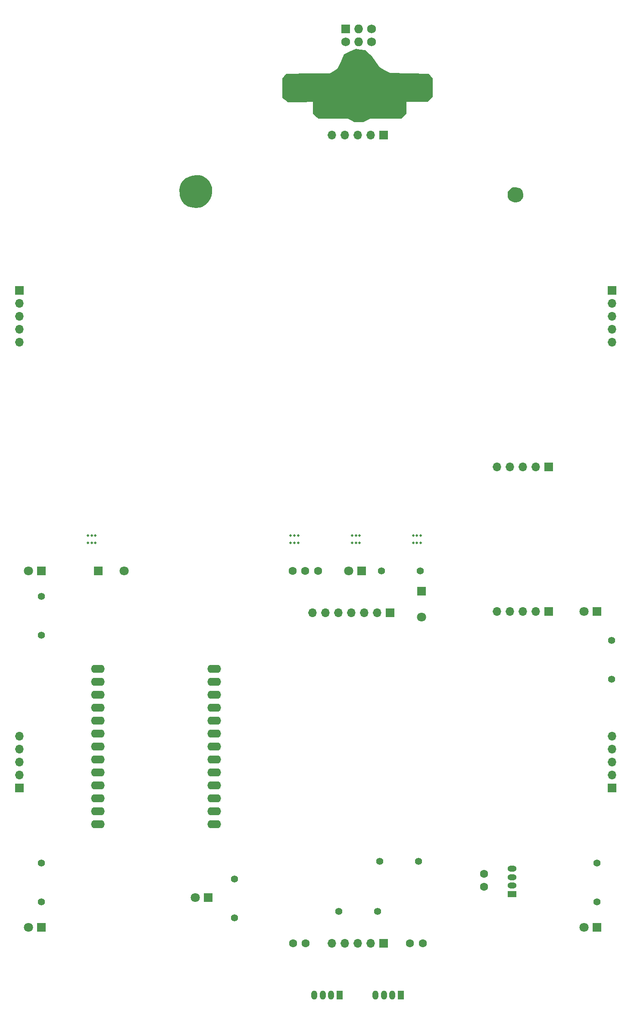
<source format=gbs>
G04 #@! TF.GenerationSoftware,KiCad,Pcbnew,7.0.10*
G04 #@! TF.CreationDate,2024-04-17T21:16:10-05:00*
G04 #@! TF.ProjectId,camera_badge,63616d65-7261-45f6-9261-6467652e6b69,2*
G04 #@! TF.SameCoordinates,Original*
G04 #@! TF.FileFunction,Soldermask,Bot*
G04 #@! TF.FilePolarity,Negative*
%FSLAX46Y46*%
G04 Gerber Fmt 4.6, Leading zero omitted, Abs format (unit mm)*
G04 Created by KiCad (PCBNEW 7.0.10) date 2024-04-17 21:16:10*
%MOMM*%
%LPD*%
G01*
G04 APERTURE LIST*
%ADD10C,1.400000*%
%ADD11R,1.700000X1.700000*%
%ADD12O,1.700000X1.700000*%
%ADD13C,1.600000*%
%ADD14O,2.700000X1.600000*%
%ADD15R,1.800000X1.800000*%
%ADD16C,1.800000*%
%ADD17R,1.150000X1.800000*%
%ADD18O,1.150000X1.800000*%
%ADD19R,1.800000X1.150000*%
%ADD20O,1.800000X1.150000*%
%ADD21R,1.727200X1.727200*%
%ADD22C,1.727200*%
%ADD23O,1.727200X1.727200*%
%ADD24C,0.500000*%
G04 APERTURE END LIST*
G36*
X139525908Y-54732759D02*
G01*
X139922029Y-54803544D01*
X140287008Y-54938628D01*
X140584148Y-55122569D01*
X140691454Y-55223183D01*
X140839252Y-55467182D01*
X140930696Y-55787552D01*
X140964734Y-56148774D01*
X140940317Y-56515324D01*
X140856396Y-56851682D01*
X140746171Y-57074461D01*
X140589061Y-57281497D01*
X140418684Y-57425741D01*
X140194838Y-57534808D01*
X139965285Y-57610847D01*
X139600389Y-57690153D01*
X139273235Y-57690585D01*
X139060934Y-57651515D01*
X138762398Y-57543463D01*
X138465521Y-57378232D01*
X138228640Y-57188867D01*
X138210354Y-57169720D01*
X138037415Y-56914805D01*
X137939599Y-56595995D01*
X137911868Y-56194284D01*
X137916194Y-56059995D01*
X137934229Y-55812254D01*
X137968757Y-55642057D01*
X138036198Y-55502133D01*
X138152976Y-55345211D01*
X138173080Y-55320557D01*
X138430448Y-55072382D01*
X138737931Y-54873256D01*
X138752606Y-54865966D01*
X138959475Y-54773536D01*
X139130873Y-54728094D01*
X139323924Y-54719800D01*
X139525908Y-54732759D01*
G37*
G36*
X77276933Y-52365023D02*
G01*
X77815464Y-52477788D01*
X78307527Y-52700300D01*
X78438875Y-52783129D01*
X78931365Y-53185287D01*
X79328372Y-53659439D01*
X79623675Y-54192560D01*
X79811052Y-54771628D01*
X79884280Y-55383618D01*
X79869290Y-55777324D01*
X79749838Y-56440699D01*
X79528643Y-57032153D01*
X79204720Y-57553432D01*
X78777083Y-58006282D01*
X78480202Y-58238932D01*
X78209904Y-58420418D01*
X77986484Y-58543321D01*
X77761519Y-58629657D01*
X77486583Y-58701443D01*
X77439854Y-58711916D01*
X77150949Y-58773229D01*
X76930920Y-58808425D01*
X76737036Y-58818371D01*
X76526565Y-58803935D01*
X76256776Y-58765985D01*
X76091401Y-58739301D01*
X75657175Y-58658398D01*
X75316395Y-58568289D01*
X75037733Y-58456453D01*
X74789866Y-58310365D01*
X74546308Y-58121617D01*
X74213155Y-57809516D01*
X73957648Y-57493989D01*
X73765977Y-57147770D01*
X73624330Y-56743593D01*
X73518898Y-56254191D01*
X73482868Y-56022120D01*
X73430828Y-55338900D01*
X73480132Y-54727340D01*
X73631786Y-54186035D01*
X73886799Y-53713583D01*
X74246179Y-53308580D01*
X74710934Y-52969624D01*
X75282073Y-52695310D01*
X75960603Y-52484236D01*
X76037869Y-52465743D01*
X76686284Y-52361257D01*
X77276933Y-52365023D01*
G37*
G36*
X109007309Y-27708650D02*
G01*
X109886435Y-27840190D01*
X110489644Y-28328424D01*
X110690495Y-28494092D01*
X110859735Y-28644157D01*
X111012901Y-28796868D01*
X111165533Y-28970476D01*
X111333170Y-29183230D01*
X111531352Y-29453381D01*
X111775617Y-29799179D01*
X111927639Y-30017297D01*
X112762425Y-31217936D01*
X113786768Y-31789578D01*
X114811112Y-32361220D01*
X118604573Y-32428287D01*
X122398035Y-32495354D01*
X122801757Y-32936310D01*
X123205479Y-33377266D01*
X123185699Y-35165949D01*
X123165918Y-36954632D01*
X122696297Y-37471910D01*
X122226676Y-37989189D01*
X120143682Y-37989189D01*
X118060688Y-37989189D01*
X118060688Y-39169531D01*
X118060688Y-40349873D01*
X117551048Y-40823339D01*
X117041407Y-41296806D01*
X114003034Y-41296806D01*
X110964661Y-41296806D01*
X110265281Y-41640049D01*
X109565902Y-41983292D01*
X108680248Y-41980347D01*
X107794595Y-41977401D01*
X107170516Y-41619948D01*
X106546438Y-41262495D01*
X103675676Y-41298090D01*
X100804914Y-41333684D01*
X100617691Y-41193076D01*
X100478730Y-41081380D01*
X100287313Y-40918301D01*
X100082578Y-40737248D01*
X100063101Y-40719642D01*
X99695735Y-40386816D01*
X99664749Y-39203605D01*
X99633762Y-38020393D01*
X97192557Y-38038796D01*
X94751352Y-38057199D01*
X94208891Y-37664349D01*
X93666430Y-37271498D01*
X93662822Y-35351446D01*
X93659214Y-33431393D01*
X94018059Y-32973454D01*
X94376905Y-32515516D01*
X95119995Y-32475202D01*
X95323668Y-32467579D01*
X95637712Y-32460392D01*
X96047683Y-32453780D01*
X96539137Y-32447883D01*
X97097629Y-32442840D01*
X97708715Y-32438790D01*
X98357950Y-32435874D01*
X99030891Y-32434231D01*
X99394934Y-32433922D01*
X102926782Y-32432956D01*
X103706880Y-31971903D01*
X104486978Y-31510850D01*
X105142261Y-30090228D01*
X105797543Y-28669606D01*
X106962863Y-28123358D01*
X108128183Y-27577110D01*
X109007309Y-27708650D01*
G37*
D10*
X46300000Y-135000000D03*
X46300000Y-142620000D03*
D11*
X146000000Y-138000000D03*
D12*
X143460000Y-138000000D03*
X140920000Y-138000000D03*
X138380000Y-138000000D03*
X135840000Y-138000000D03*
D11*
X113575000Y-44475000D03*
D12*
X111035000Y-44475000D03*
X108495000Y-44475000D03*
X105955000Y-44475000D03*
X103415000Y-44475000D03*
D13*
X133250000Y-192000000D03*
X133250000Y-189500000D03*
D11*
X158400000Y-172600000D03*
D12*
X158400000Y-170060000D03*
X158400000Y-167520000D03*
X158400000Y-164980000D03*
X158400000Y-162440000D03*
D10*
X84250000Y-198060000D03*
X84250000Y-190440000D03*
X158300000Y-143690000D03*
X158300000Y-151310000D03*
D14*
X80300000Y-156880000D03*
X80300000Y-154340000D03*
X80300000Y-179740000D03*
X80300000Y-159420000D03*
X80300000Y-167040000D03*
X57440000Y-151800000D03*
X80300000Y-149260000D03*
X57440000Y-154340000D03*
X80300000Y-151800000D03*
X80300000Y-161960000D03*
X80300000Y-164500000D03*
X80300000Y-169580000D03*
X80300000Y-174660000D03*
X80300000Y-177200000D03*
X80300000Y-172120000D03*
X57440000Y-161960000D03*
X57440000Y-159420000D03*
X57440000Y-156880000D03*
X57440000Y-167040000D03*
X57440000Y-164500000D03*
X57440000Y-172120000D03*
X57440000Y-169580000D03*
X57440000Y-179740000D03*
X57440000Y-177200000D03*
X57440000Y-174660000D03*
X57440000Y-149260000D03*
D15*
X46300000Y-130000000D03*
D16*
X43760000Y-130000000D03*
D15*
X121000000Y-134000000D03*
D16*
X121000000Y-139080000D03*
D17*
X104900000Y-213240000D03*
D18*
X103250000Y-213240000D03*
X101600000Y-213240000D03*
X99950000Y-213240000D03*
D11*
X42000000Y-75000000D03*
D12*
X42000000Y-77540000D03*
X42000000Y-80080000D03*
X42000000Y-82620000D03*
X42000000Y-85160000D03*
D11*
X146000000Y-109600000D03*
D12*
X143460000Y-109600000D03*
X140920000Y-109600000D03*
X138380000Y-109600000D03*
X135840000Y-109600000D03*
D15*
X155500000Y-138000000D03*
D16*
X152960000Y-138000000D03*
D19*
X138750000Y-193400000D03*
D20*
X138750000Y-191750000D03*
X138750000Y-190100000D03*
X138750000Y-188450000D03*
D13*
X98250000Y-203125000D03*
X95750000Y-203125000D03*
D15*
X155500000Y-200000000D03*
D16*
X152960000Y-200000000D03*
D10*
X155500000Y-195000000D03*
X155500000Y-187380000D03*
D11*
X158400000Y-75000000D03*
D12*
X158400000Y-77540000D03*
X158400000Y-80080000D03*
X158400000Y-82620000D03*
X158400000Y-85160000D03*
D10*
X113130000Y-130000000D03*
X120750000Y-130000000D03*
D21*
X106120000Y-23650000D03*
D22*
X106120000Y-26190000D03*
D23*
X108660000Y-23650000D03*
X108660000Y-26190000D03*
D22*
X111200000Y-23650000D03*
X111200000Y-26190000D03*
D13*
X95650000Y-130000000D03*
X98150000Y-130000000D03*
X100650000Y-130000000D03*
D15*
X109200000Y-130000000D03*
D16*
X106660000Y-130000000D03*
D11*
X42000000Y-172600000D03*
D12*
X42000000Y-170060000D03*
X42000000Y-167520000D03*
X42000000Y-164980000D03*
X42000000Y-162440000D03*
D24*
X55450000Y-123050000D03*
X55450000Y-124550000D03*
X56200000Y-123050000D03*
X56200000Y-124550000D03*
X56950000Y-123050000D03*
X56950000Y-124550000D03*
X95300000Y-123050000D03*
X95300000Y-124550000D03*
X96050000Y-123050000D03*
X96050000Y-124550000D03*
X96800000Y-123050000D03*
X96800000Y-124550000D03*
X107350000Y-123050000D03*
X107350000Y-124550000D03*
X108100000Y-123050000D03*
X108100000Y-124550000D03*
X108850000Y-123050000D03*
X108850000Y-124550000D03*
X119350000Y-123050000D03*
X119350000Y-124550000D03*
X120100000Y-123050000D03*
X120100000Y-124550000D03*
X120850000Y-123050000D03*
X120850000Y-124550000D03*
D15*
X46300000Y-200000000D03*
D16*
X43760000Y-200000000D03*
D15*
X79075000Y-194100000D03*
D16*
X76535000Y-194100000D03*
D10*
X104780000Y-196800000D03*
X112400000Y-196800000D03*
X46300000Y-195000000D03*
X46300000Y-187380000D03*
X120400000Y-187000000D03*
X112780000Y-187000000D03*
D11*
X114840000Y-138250000D03*
D12*
X112300000Y-138250000D03*
X109760000Y-138250000D03*
X107220000Y-138250000D03*
X104680000Y-138250000D03*
X102140000Y-138250000D03*
X99600000Y-138250000D03*
D11*
X113575000Y-203125000D03*
D12*
X111035000Y-203125000D03*
X108495000Y-203125000D03*
X105955000Y-203125000D03*
X103415000Y-203125000D03*
D13*
X121250000Y-203125000D03*
X118750000Y-203125000D03*
D15*
X57500000Y-130000000D03*
D16*
X62580000Y-130000000D03*
D17*
X116900000Y-213240000D03*
D18*
X115250000Y-213240000D03*
X113600000Y-213240000D03*
X111950000Y-213240000D03*
M02*

</source>
